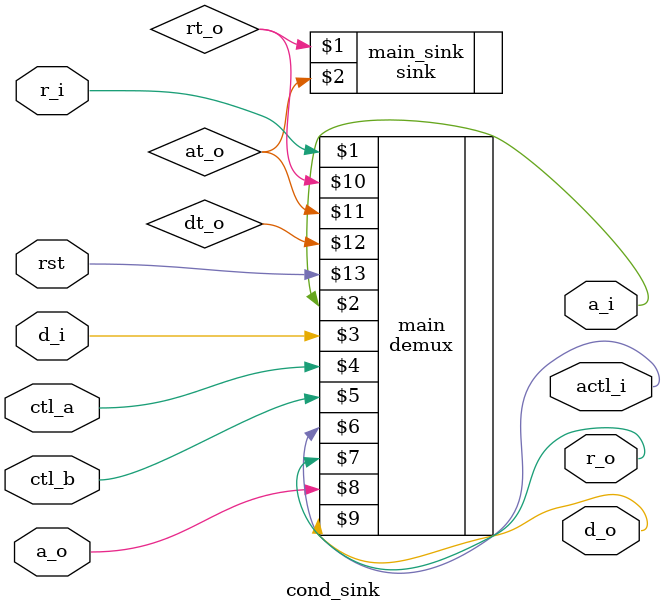
<source format=sv>
`ifndef __cond_sink

`include "demux.sv"
`include "../active/sink.sv"

(* keep_hierarchy *)
module cond_sink #(
    parameter Rpol = 1'b0, // reset polarity (rst=rpol => reset)

    parameter N = 32'b1,

    parameter NATIVE = 1'b1 // don't optimize
  ) (
  input r_i,
  output a_i,
  input [N-1:0] d_i,

  input ctl_a,
  input ctl_b,
  output actl_i,

  output r_o,
  input a_o,
  output [N-1:0] d_o,

  input rst);

  wire rt_o, at_o, dt_o;

  demux #(.Rpol(Rpol), .N(N), .NATIVE(NATIVE)) main (
    r_i, a_i, d_i,
    ctl_a, ctl_b, actl_i,
    r_o, a_o, d_o,
    rt_o, at_o, dt_o,
    rst
    );

  sink main_sink (
    rt_o, at_o
    );

endmodule

`define __cond_sink
`endif

</source>
